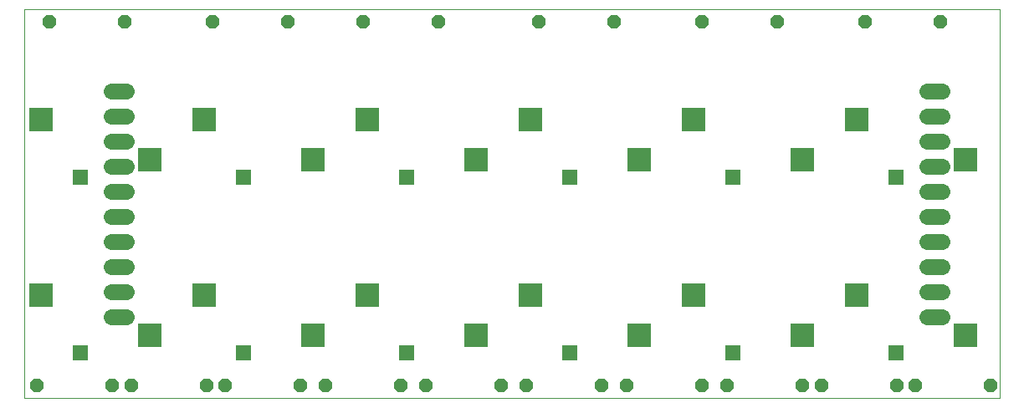
<source format=gts>
G75*
%MOIN*%
%OFA0B0*%
%FSLAX25Y25*%
%IPPOS*%
%LPD*%
%AMOC8*
5,1,8,0,0,1.08239X$1,22.5*
%
%ADD10C,0.00000*%
%ADD11R,0.09258X0.09258*%
%ADD12R,0.06337X0.06337*%
%ADD13OC8,0.05600*%
%ADD14C,0.06400*%
D10*
X0001000Y0001000D02*
X0001000Y0155961D01*
X0389701Y0155961D01*
X0389701Y0001000D01*
X0001000Y0001000D01*
D11*
X0051000Y0026000D03*
X0072496Y0042181D03*
X0116000Y0026000D03*
X0137496Y0042181D03*
X0181000Y0026000D03*
X0202496Y0042181D03*
X0246000Y0026000D03*
X0267496Y0042181D03*
X0311000Y0026000D03*
X0332496Y0042181D03*
X0376000Y0026000D03*
X0376000Y0096000D03*
X0332496Y0112181D03*
X0311000Y0096000D03*
X0267496Y0112181D03*
X0246000Y0096000D03*
X0202496Y0112181D03*
X0181000Y0096000D03*
X0137496Y0112181D03*
X0116000Y0096000D03*
X0072496Y0112181D03*
X0051000Y0096000D03*
X0007496Y0112181D03*
X0007496Y0042181D03*
D12*
X0023165Y0019268D03*
X0088165Y0019268D03*
X0153165Y0019268D03*
X0218165Y0019268D03*
X0283165Y0019268D03*
X0348165Y0019268D03*
X0348165Y0089268D03*
X0283165Y0089268D03*
X0218165Y0089268D03*
X0153165Y0089268D03*
X0088165Y0089268D03*
X0023165Y0089268D03*
D13*
X0011000Y0151000D03*
X0041000Y0151000D03*
X0076000Y0151000D03*
X0106000Y0151000D03*
X0136000Y0151000D03*
X0166000Y0151000D03*
X0206000Y0151000D03*
X0236000Y0151000D03*
X0271000Y0151000D03*
X0301000Y0151000D03*
X0336000Y0151000D03*
X0366000Y0151000D03*
X0356000Y0006000D03*
X0348500Y0006000D03*
X0318500Y0006000D03*
X0311000Y0006000D03*
X0281000Y0006000D03*
X0271000Y0006000D03*
X0241000Y0006000D03*
X0231000Y0006000D03*
X0201000Y0006000D03*
X0191000Y0006000D03*
X0161000Y0006000D03*
X0151000Y0006000D03*
X0121000Y0006000D03*
X0111000Y0006000D03*
X0081000Y0006000D03*
X0073500Y0006000D03*
X0043500Y0006000D03*
X0036000Y0006000D03*
X0006000Y0006000D03*
X0386000Y0006000D03*
D14*
X0366500Y0033500D02*
X0360500Y0033500D01*
X0360500Y0043500D02*
X0366500Y0043500D01*
X0366500Y0053500D02*
X0360500Y0053500D01*
X0360500Y0063500D02*
X0366500Y0063500D01*
X0366500Y0073500D02*
X0360500Y0073500D01*
X0360500Y0083500D02*
X0366500Y0083500D01*
X0366500Y0093500D02*
X0360500Y0093500D01*
X0360500Y0103500D02*
X0366500Y0103500D01*
X0366500Y0113500D02*
X0360500Y0113500D01*
X0360500Y0123500D02*
X0366500Y0123500D01*
X0041500Y0123500D02*
X0035500Y0123500D01*
X0035500Y0113500D02*
X0041500Y0113500D01*
X0041500Y0103500D02*
X0035500Y0103500D01*
X0035500Y0093500D02*
X0041500Y0093500D01*
X0041500Y0083500D02*
X0035500Y0083500D01*
X0035500Y0073500D02*
X0041500Y0073500D01*
X0041500Y0063500D02*
X0035500Y0063500D01*
X0035500Y0053500D02*
X0041500Y0053500D01*
X0041500Y0043500D02*
X0035500Y0043500D01*
X0035500Y0033500D02*
X0041500Y0033500D01*
M02*

</source>
